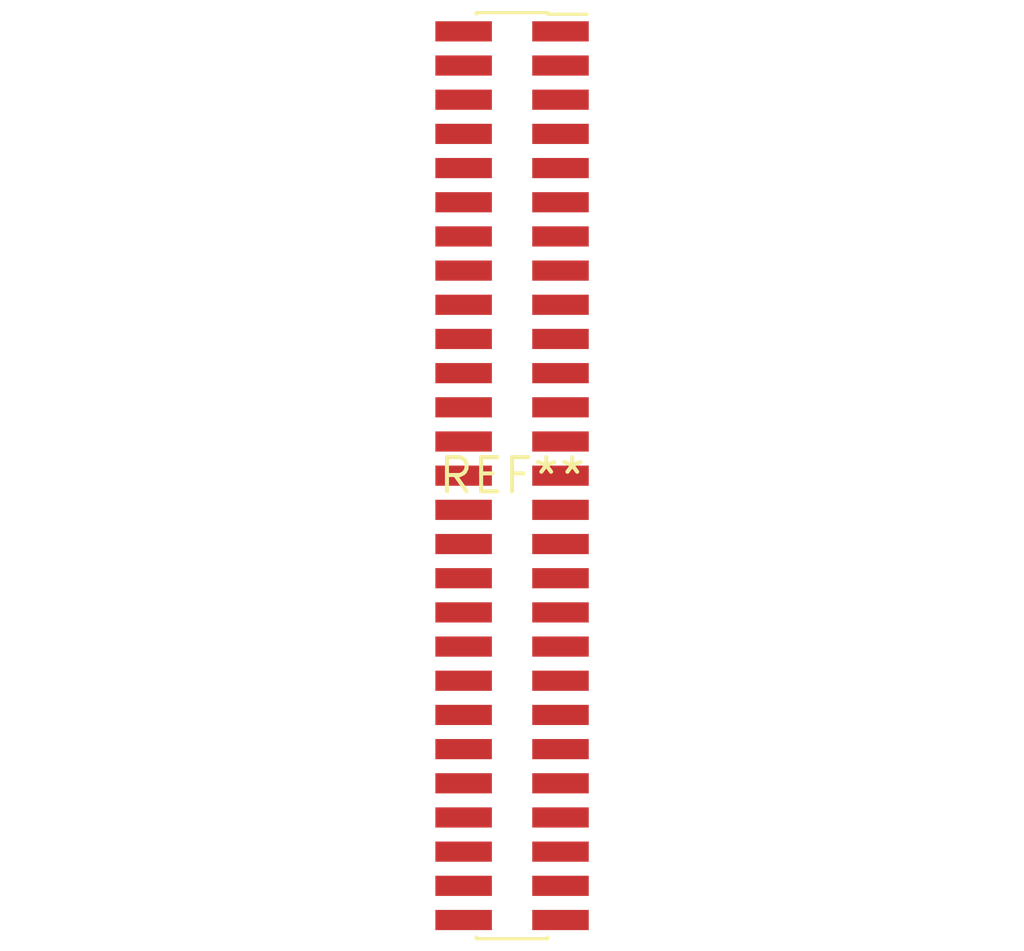
<source format=kicad_pcb>
(kicad_pcb (version 20240108) (generator pcbnew)
  (layers (0 "F.Cu" signal) (31 "B.Cu" signal) (34 "B.Paste" user) (35 "F.Paste" user) (36 "B.SilkS" user "B.Silkscreen") (37 "F.SilkS" user "F.Silkscreen") (38 "B.Mask" user) (39 "F.Mask" user) (44 "Edge.Cuts" user))
  (net 0 "")
  (footprint "PinSocket_2x27_P1.27mm_Vertical_SMD" (layer "F.Cu") (at 0 0)
    (property "Reference" "REF**")
    (property "Value" "PinSocket_2x27_P1.27mm_Vertical_SMD")
    (fp_line (start -1.33 -17.205) (end -1.33 -17.145) (layer "F.SilkS") (stroke (width 0.12)))
    (fp_line (start -1.33 -17.205) (end 1.33 -17.205) (layer "F.SilkS") (stroke (width 0.12)))
    (fp_line (start -1.33 17.145) (end -1.33 17.205) (layer "F.SilkS") (stroke (width 0.12)))
    (fp_line (start -1.33 17.205) (end 1.33 17.205) (layer "F.SilkS") (stroke (width 0.12)))
    (fp_line (start 1.33 -17.205) (end 1.33 -17.145) (layer "F.SilkS") (stroke (width 0.12)))
    (fp_line (start 1.33 -17.145) (end 2.79 -17.145) (layer "F.SilkS") (stroke (width 0.12)))
    (fp_line (start 1.33 17.145) (end 1.33 17.205) (layer "F.SilkS") (stroke (width 0.12)))
    (pad "1" smd rect (at 1.8 -16.51) (size 2.1 0.75) (layers "F.Cu" "F.Paste" "F.Mask"))
    (pad "2" smd rect (at -1.8 -16.51) (size 2.1 0.75) (layers "F.Cu" "F.Paste" "F.Mask"))
    (pad "3" smd rect (at 1.8 -15.24) (size 2.1 0.75) (layers "F.Cu" "F.Paste" "F.Mask"))
    (pad "4" smd rect (at -1.8 -15.24) (size 2.1 0.75) (layers "F.Cu" "F.Paste" "F.Mask"))
    (pad "5" smd rect (at 1.8 -13.97) (size 2.1 0.75) (layers "F.Cu" "F.Paste" "F.Mask"))
    (pad "6" smd rect (at -1.8 -13.97) (size 2.1 0.75) (layers "F.Cu" "F.Paste" "F.Mask"))
    (pad "7" smd rect (at 1.8 -12.7) (size 2.1 0.75) (layers "F.Cu" "F.Paste" "F.Mask"))
    (pad "8" smd rect (at -1.8 -12.7) (size 2.1 0.75) (layers "F.Cu" "F.Paste" "F.Mask"))
    (pad "9" smd rect (at 1.8 -11.43) (size 2.1 0.75) (layers "F.Cu" "F.Paste" "F.Mask"))
    (pad "10" smd rect (at -1.8 -11.43) (size 2.1 0.75) (layers "F.Cu" "F.Paste" "F.Mask"))
    (pad "11" smd rect (at 1.8 -10.16) (size 2.1 0.75) (layers "F.Cu" "F.Paste" "F.Mask"))
    (pad "12" smd rect (at -1.8 -10.16) (size 2.1 0.75) (layers "F.Cu" "F.Paste" "F.Mask"))
    (pad "13" smd rect (at 1.8 -8.89) (size 2.1 0.75) (layers "F.Cu" "F.Paste" "F.Mask"))
    (pad "14" smd rect (at -1.8 -8.89) (size 2.1 0.75) (layers "F.Cu" "F.Paste" "F.Mask"))
    (pad "15" smd rect (at 1.8 -7.62) (size 2.1 0.75) (layers "F.Cu" "F.Paste" "F.Mask"))
    (pad "16" smd rect (at -1.8 -7.62) (size 2.1 0.75) (layers "F.Cu" "F.Paste" "F.Mask"))
    (pad "17" smd rect (at 1.8 -6.35) (size 2.1 0.75) (layers "F.Cu" "F.Paste" "F.Mask"))
    (pad "18" smd rect (at -1.8 -6.35) (size 2.1 0.75) (layers "F.Cu" "F.Paste" "F.Mask"))
    (pad "19" smd rect (at 1.8 -5.08) (size 2.1 0.75) (layers "F.Cu" "F.Paste" "F.Mask"))
    (pad "20" smd rect (at -1.8 -5.08) (size 2.1 0.75) (layers "F.Cu" "F.Paste" "F.Mask"))
    (pad "21" smd rect (at 1.8 -3.81) (size 2.1 0.75) (layers "F.Cu" "F.Paste" "F.Mask"))
    (pad "22" smd rect (at -1.8 -3.81) (size 2.1 0.75) (layers "F.Cu" "F.Paste" "F.Mask"))
    (pad "23" smd rect (at 1.8 -2.54) (size 2.1 0.75) (layers "F.Cu" "F.Paste" "F.Mask"))
    (pad "24" smd rect (at -1.8 -2.54) (size 2.1 0.75) (layers "F.Cu" "F.Paste" "F.Mask"))
    (pad "25" smd rect (at 1.8 -1.27) (size 2.1 0.75) (layers "F.Cu" "F.Paste" "F.Mask"))
    (pad "26" smd rect (at -1.8 -1.27) (size 2.1 0.75) (layers "F.Cu" "F.Paste" "F.Mask"))
    (pad "27" smd rect (at 1.8 0) (size 2.1 0.75) (layers "F.Cu" "F.Paste" "F.Mask"))
    (pad "28" smd rect (at -1.8 0) (size 2.1 0.75) (layers "F.Cu" "F.Paste" "F.Mask"))
    (pad "29" smd rect (at 1.8 1.27) (size 2.1 0.75) (layers "F.Cu" "F.Paste" "F.Mask"))
    (pad "30" smd rect (at -1.8 1.27) (size 2.1 0.75) (layers "F.Cu" "F.Paste" "F.Mask"))
    (pad "31" smd rect (at 1.8 2.54) (size 2.1 0.75) (layers "F.Cu" "F.Paste" "F.Mask"))
    (pad "32" smd rect (at -1.8 2.54) (size 2.1 0.75) (layers "F.Cu" "F.Paste" "F.Mask"))
    (pad "33" smd rect (at 1.8 3.81) (size 2.1 0.75) (layers "F.Cu" "F.Paste" "F.Mask"))
    (pad "34" smd rect (at -1.8 3.81) (size 2.1 0.75) (layers "F.Cu" "F.Paste" "F.Mask"))
    (pad "35" smd rect (at 1.8 5.08) (size 2.1 0.75) (layers "F.Cu" "F.Paste" "F.Mask"))
    (pad "36" smd rect (at -1.8 5.08) (size 2.1 0.75) (layers "F.Cu" "F.Paste" "F.Mask"))
    (pad "37" smd rect (at 1.8 6.35) (size 2.1 0.75) (layers "F.Cu" "F.Paste" "F.Mask"))
    (pad "38" smd rect (at -1.8 6.35) (size 2.1 0.75) (layers "F.Cu" "F.Paste" "F.Mask"))
    (pad "39" smd rect (at 1.8 7.62) (size 2.1 0.75) (layers "F.Cu" "F.Paste" "F.Mask"))
    (pad "40" smd rect (at -1.8 7.62) (size 2.1 0.75) (layers "F.Cu" "F.Paste" "F.Mask"))
    (pad "41" smd rect (at 1.8 8.89) (size 2.1 0.75) (layers "F.Cu" "F.Paste" "F.Mask"))
    (pad "42" smd rect (at -1.8 8.89) (size 2.1 0.75) (layers "F.Cu" "F.Paste" "F.Mask"))
    (pad "43" smd rect (at 1.8 10.16) (size 2.1 0.75) (layers "F.Cu" "F.Paste" "F.Mask"))
    (pad "44" smd rect (at -1.8 10.16) (size 2.1 0.75) (layers "F.Cu" "F.Paste" "F.Mask"))
    (pad "45" smd rect (at 1.8 11.43) (size 2.1 0.75) (layers "F.Cu" "F.Paste" "F.Mask"))
    (pad "46" smd rect (at -1.8 11.43) (size 2.1 0.75) (layers "F.Cu" "F.Paste" "F.Mask"))
    (pad "47" smd rect (at 1.8 12.7) (size 2.1 0.75) (layers "F.Cu" "F.Paste" "F.Mask"))
    (pad "48" smd rect (at -1.8 12.7) (size 2.1 0.75) (layers "F.Cu" "F.Paste" "F.Mask"))
    (pad "49" smd rect (at 1.8 13.97) (size 2.1 0.75) (layers "F.Cu" "F.Paste" "F.Mask"))
    (pad "50" smd rect (at -1.8 13.97) (size 2.1 0.75) (layers "F.Cu" "F.Paste" "F.Mask"))
    (pad "51" smd rect (at 1.8 15.24) (size 2.1 0.75) (layers "F.Cu" "F.Paste" "F.Mask"))
    (pad "52" smd rect (at -1.8 15.24) (size 2.1 0.75) (layers "F.Cu" "F.Paste" "F.Mask"))
    (pad "53" smd rect (at 1.8 16.51) (size 2.1 0.75) (layers "F.Cu" "F.Paste" "F.Mask"))
    (pad "54" smd rect (at -1.8 16.51) (size 2.1 0.75) (layers "F.Cu" "F.Paste" "F.Mask"))
  )
)
</source>
